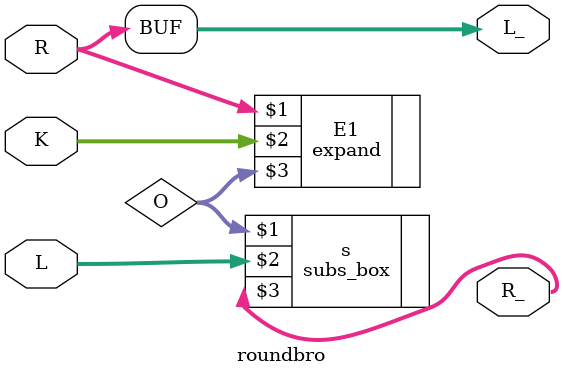
<source format=v>
`timescale 1ns / 1ps

module roundbro(
    input [1:32] L,
    input [1:32] R,
    output [1:32] L_,
    output [1:32] R_,
    input [1:48] K
    //output [1:32] rint,
    //output [1:48] o
    );
    wire [1:48]E,O;
    wire [1:32]rint;
    assign L_=R;
    expand E1(R,K,O);
    subs_box s(O,L,R_);  //works fine   
endmodule
</source>
